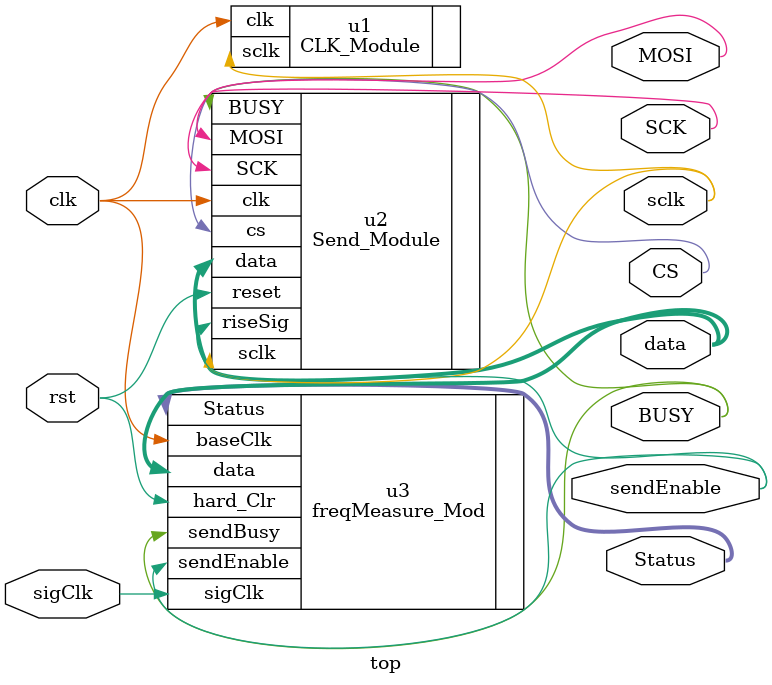
<source format=v>
`timescale 1ns / 1ps
/*Òý½ÅËµÃ÷
MOSI ¡ú P79
SCK ¡ú P80
rst ¡ú P83
CS ¡ú P81
sig ¡ú P82
*/
module top(clk,MOSI,CS,SCK,sigClk,rst,data,sclk,sendEnable,BUSY,Status
    );
input clk,sigClk,rst;
output MOSI,CS,SCK,sclk,sendEnable,BUSY;
output[7:0] data;
output [1:0] Status;
wire[7:0] data;
wire sclk,sendEnable,BUSY;

CLK_Module u1(
.clk(clk),
.sclk(sclk)
    );
Send_Module u2(
.clk(clk),
.sclk(sclk),
.riseSig(sendEnable),
.data(data),
.SCK(SCK),
.MOSI(MOSI),
.BUSY(BUSY),
.cs(CS),
.reset(rst)
    );
freqMeasure_Mod u3(
.baseClk(clk),
.sigClk(sigClk),
.data(data),
.sendEnable(sendEnable),
.sendBusy(BUSY),
.hard_Clr(rst),
.Status(Status)
    );
endmodule

</source>
